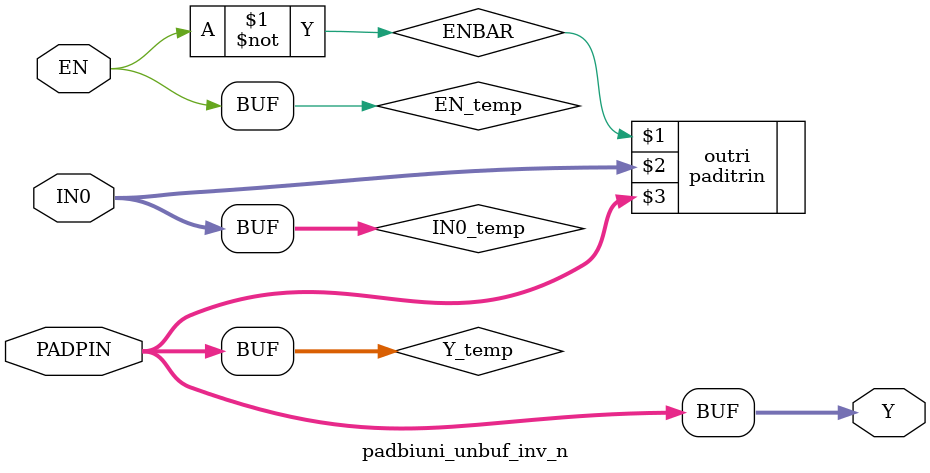
<source format=v>
module padbiuni_unbuf_inv_n(EN,IN0,PADPIN,Y);
  parameter M = 7;
  parameter N = 0;
  parameter SLIM_FLAG = 0;
  parameter OUTDRIVE = "4MA";
  parameter
        d_EN_r = 0,
        d_EN_f = 0,
        d_IN0 = 0,
        d_PADPIN = 1,
        d_Y = 1;
  input  EN;
  input [M:N] IN0;
  inout [M:N] PADPIN;
  output [M:N] Y;
  wire  EN_temp;
  wire [M:N] IN0_temp;
  wire [M:N] PADPIN_temp;
  wire [M:N] Y_temp;
  wire  ENBAR;
  assign #(d_EN_r,d_EN_f) EN_temp = EN;
  assign #(d_IN0) IN0_temp = IN0;
  assign #(d_Y) Y = Y_temp;
  assign
    Y_temp = PADPIN;
  assign
    ENBAR = ( ~ EN_temp);
  paditrin #(M,N,"None") outri (ENBAR,IN0_temp,PADPIN);
endmodule

</source>
